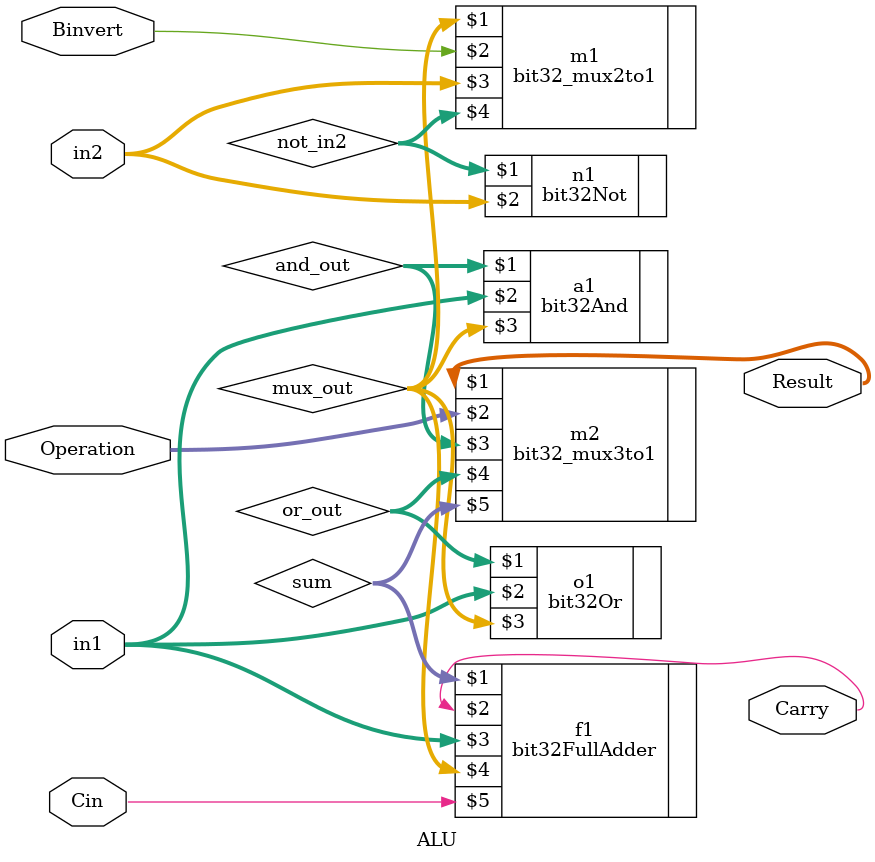
<source format=v>
`include "adder.v"
`include "gates.v"
`include "mux.v"

module ALU(Result, in1, in2, Operation, Cin, Carry, Binvert);
        input [31:0] in1, in2;
        input [1:0] Operation;
        input Binvert, Cin;
        output [31:0] Result;
        output Carry;
        wire [31:0] not_in2, mux_out, and_out, or_out, sum;
        

        bit32Not n1(not_in2, in2);
        bit32_mux2to1 m1(mux_out, Binvert, in2, not_in2);
        bit32FullAdder f1(sum, Carry, in1, mux_out, Cin);
        bit32And a1(and_out, in1, mux_out);
        bit32Or o1(or_out, in1, mux_out);
        bit32_mux3to1 m2(Result, Operation, and_out, or_out, sum);
        
endmodule
</source>
